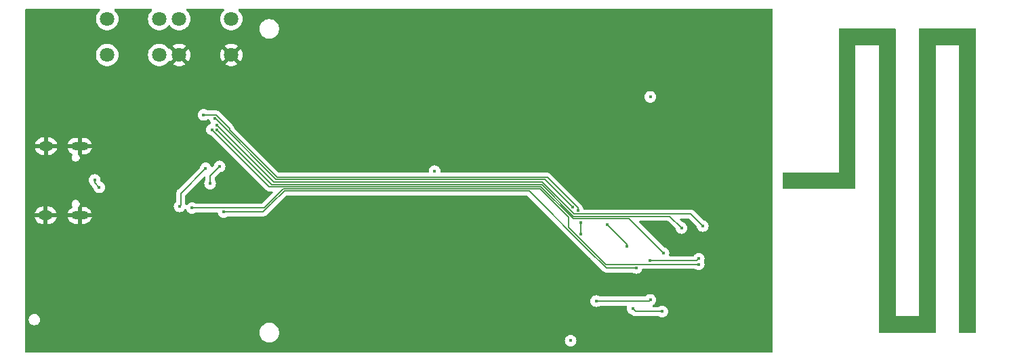
<source format=gbr>
%TF.GenerationSoftware,KiCad,Pcbnew,8.0.4*%
%TF.CreationDate,2024-08-17T13:27:17+02:00*%
%TF.ProjectId,letterboxsensor,6c657474-6572-4626-9f78-73656e736f72,rev?*%
%TF.SameCoordinates,Original*%
%TF.FileFunction,Copper,L4,Bot*%
%TF.FilePolarity,Positive*%
%FSLAX46Y46*%
G04 Gerber Fmt 4.6, Leading zero omitted, Abs format (unit mm)*
G04 Created by KiCad (PCBNEW 8.0.4) date 2024-08-17 13:27:17*
%MOMM*%
%LPD*%
G01*
G04 APERTURE LIST*
G04 Aperture macros list*
%AMFreePoly0*
4,1,41,18.535355,15.535355,18.550000,15.500000,18.550000,13.500000,18.535355,13.464645,18.500000,13.450000,-17.450000,13.450000,-17.450000,10.550000,18.500000,10.550000,18.535355,10.535355,18.550000,10.500000,18.550000,3.500000,18.535355,3.464645,18.500000,3.450000,-17.450000,3.450000,-17.450000,0.550000,0.500000,0.550000,0.535355,0.535355,0.550000,0.500000,0.550000,-8.500000,0.535355,-8.535355,
0.500000,-8.550000,-1.500000,-8.550000,-1.535355,-8.535355,-1.550000,-8.500000,-1.550000,-1.550000,-19.500000,-1.550000,-19.535355,-1.535355,-19.550000,-1.500000,-19.550000,5.500000,-19.535355,5.535355,-19.500000,5.550000,16.450000,5.550000,16.450000,8.450000,-19.500000,8.450000,-19.535355,8.464645,-19.550000,8.500000,-19.550000,15.500000,-19.535355,15.535355,-19.500000,15.550000,18.500000,15.550000,
18.535355,15.535355,18.535355,15.535355,$1*%
G04 Aperture macros list end*
%TA.AperFunction,ComponentPad*%
%ADD10O,2.100000X1.100000*%
%TD*%
%TA.AperFunction,ComponentPad*%
%ADD11O,1.800000X1.200000*%
%TD*%
%TA.AperFunction,ComponentPad*%
%ADD12C,1.800000*%
%TD*%
%TA.AperFunction,ComponentPad*%
%ADD13C,0.300000*%
%TD*%
%TA.AperFunction,SMDPad,CuDef*%
%ADD14FreePoly0,270.000000*%
%TD*%
%TA.AperFunction,ViaPad*%
%ADD15C,0.450000*%
%TD*%
%TA.AperFunction,Conductor*%
%ADD16C,0.127000*%
%TD*%
G04 APERTURE END LIST*
D10*
%TO.P,U1,0,0*%
%TO.N,GND*%
X78313049Y-60665989D03*
D11*
X74112948Y-60665989D03*
D10*
X78313049Y-69316002D03*
D11*
X74058947Y-69333985D03*
%TD*%
D12*
%TO.P,SW2,1,1*%
%TO.N,RESET*%
X90750064Y-44750064D03*
X97249936Y-44750064D03*
%TO.P,SW2,2,2*%
%TO.N,GND*%
X90750064Y-49249936D03*
X97249936Y-49249936D03*
%TD*%
D13*
%TO.P,AE1,1,A*%
%TO.N,Net-(AE1-A)*%
X189200000Y-47000000D03*
X188700000Y-47000000D03*
X188200000Y-47000000D03*
X187700000Y-47000000D03*
X187200000Y-47000000D03*
X186700000Y-47000000D03*
X186200000Y-47000000D03*
X185700000Y-47000000D03*
X185200000Y-47000000D03*
X184700000Y-47000000D03*
X184200000Y-47000000D03*
X179200000Y-47000000D03*
X178700000Y-47000000D03*
X178200000Y-47000000D03*
X177700000Y-47000000D03*
X177200000Y-47000000D03*
X176700000Y-47000000D03*
X176200000Y-47000000D03*
X175700000Y-47000000D03*
X175200000Y-47000000D03*
X174700000Y-47000000D03*
X174200000Y-47000000D03*
X189200000Y-47500000D03*
X184200000Y-47500000D03*
X179200000Y-47500000D03*
X174200000Y-47500000D03*
X189200000Y-48000000D03*
X184200000Y-48000000D03*
X179200000Y-48000000D03*
X174200000Y-48000000D03*
X189200000Y-48500000D03*
X184200000Y-48500000D03*
X179200000Y-48500000D03*
X174200000Y-48500000D03*
X189200000Y-49000000D03*
X184200000Y-49000000D03*
X179200000Y-49000000D03*
X174200000Y-49000000D03*
X189200000Y-49500000D03*
X184200000Y-49500000D03*
X179200000Y-49500000D03*
X174200000Y-49500000D03*
X189200000Y-50000000D03*
X184200000Y-50000000D03*
X179200000Y-50000000D03*
X174200000Y-50000000D03*
X189200000Y-50500000D03*
X184200000Y-50500000D03*
X179200000Y-50500000D03*
X174200000Y-50500000D03*
X189200000Y-51000000D03*
X184200000Y-51000000D03*
X179200000Y-51000000D03*
X174200000Y-51000000D03*
X189200000Y-51500000D03*
X184200000Y-51500000D03*
X179200000Y-51500000D03*
X174200000Y-51500000D03*
X189200000Y-52000000D03*
X184200000Y-52000000D03*
X179200000Y-52000000D03*
X174200000Y-52000000D03*
X189200000Y-52500000D03*
X184200000Y-52500000D03*
X179200000Y-52500000D03*
X174200000Y-52500000D03*
X189200000Y-53000000D03*
X184200000Y-53000000D03*
X179200000Y-53000000D03*
X174200000Y-53000000D03*
X189200000Y-53500000D03*
X184200000Y-53500000D03*
X179200000Y-53500000D03*
X174200000Y-53500000D03*
X189200000Y-54000000D03*
X184200000Y-54000000D03*
X179200000Y-54000000D03*
X174200000Y-54000000D03*
X189200000Y-54500000D03*
X184200000Y-54500000D03*
X179200000Y-54500000D03*
X174200000Y-54500000D03*
X189200000Y-55000000D03*
X184200000Y-55000000D03*
X179200000Y-55000000D03*
X174200000Y-55000000D03*
X189200000Y-55500000D03*
X184200000Y-55500000D03*
X179200000Y-55500000D03*
X174200000Y-55500000D03*
X189200000Y-56000000D03*
X184200000Y-56000000D03*
X179200000Y-56000000D03*
X174200000Y-56000000D03*
X189200000Y-56500000D03*
X184200000Y-56500000D03*
X179200000Y-56500000D03*
X174200000Y-56500000D03*
X189200000Y-57000000D03*
X184200000Y-57000000D03*
X179200000Y-57000000D03*
X174200000Y-57000000D03*
X189200000Y-57500000D03*
X184200000Y-57500000D03*
X179200000Y-57500000D03*
X174200000Y-57500000D03*
X189200000Y-58000000D03*
X184200000Y-58000000D03*
X179200000Y-58000000D03*
X174200000Y-58000000D03*
X189200000Y-58500000D03*
X184200000Y-58500000D03*
X179200000Y-58500000D03*
X174200000Y-58500000D03*
X189200000Y-59000000D03*
X184200000Y-59000000D03*
X179200000Y-59000000D03*
X174200000Y-59000000D03*
X189200000Y-59500000D03*
X184200000Y-59500000D03*
X179200000Y-59500000D03*
X174200000Y-59500000D03*
X189200000Y-60000000D03*
X184200000Y-60000000D03*
X179200000Y-60000000D03*
X174200000Y-60000000D03*
X189200000Y-60500000D03*
X184200000Y-60500000D03*
X179200000Y-60500000D03*
X174200000Y-60500000D03*
X189200000Y-61000000D03*
X184200000Y-61000000D03*
X179200000Y-61000000D03*
X174200000Y-61000000D03*
X189200000Y-61500000D03*
X184200000Y-61500000D03*
X179200000Y-61500000D03*
X174200000Y-61500000D03*
X189200000Y-62000000D03*
X184200000Y-62000000D03*
X179200000Y-62000000D03*
X174200000Y-62000000D03*
X189200000Y-62500000D03*
X184200000Y-62500000D03*
X179200000Y-62500000D03*
X174200000Y-62500000D03*
X189200000Y-63000000D03*
X184200000Y-63000000D03*
X179200000Y-63000000D03*
X174200000Y-63000000D03*
X189200000Y-63500000D03*
X184200000Y-63500000D03*
X179200000Y-63500000D03*
X174200000Y-63500000D03*
X189200000Y-64000000D03*
X184200000Y-64000000D03*
X179200000Y-64000000D03*
X174200000Y-64000000D03*
X189200000Y-64500000D03*
X184200000Y-64500000D03*
X179200000Y-64500000D03*
X174200000Y-64500000D03*
X189200000Y-65000000D03*
X184200000Y-65000000D03*
X179200000Y-65000000D03*
X174200000Y-65000000D03*
X173700000Y-65000000D03*
X173200000Y-65000000D03*
X172700000Y-65000000D03*
X172200000Y-65000000D03*
X171700000Y-65000000D03*
X171200000Y-65000000D03*
X170700000Y-65000000D03*
X170200000Y-65000000D03*
X169700000Y-65000000D03*
X169200000Y-65000000D03*
X168700000Y-65000000D03*
X168200000Y-65000000D03*
X167700000Y-65000000D03*
X167200000Y-65000000D03*
X166700000Y-65000000D03*
X189200000Y-65500000D03*
X184200000Y-65500000D03*
X179200000Y-65500000D03*
D14*
X174700000Y-65500000D03*
D13*
X189200000Y-66000000D03*
X184200000Y-66000000D03*
X179200000Y-66000000D03*
X189200000Y-66500000D03*
X184200000Y-66500000D03*
X179200000Y-66500000D03*
X189200000Y-67000000D03*
X184200000Y-67000000D03*
X179200000Y-67000000D03*
X189200000Y-67500000D03*
X184200000Y-67500000D03*
X179200000Y-67500000D03*
X189200000Y-68000000D03*
X184200000Y-68000000D03*
X179200000Y-68000000D03*
X189200000Y-68500000D03*
X184200000Y-68500000D03*
X179200000Y-68500000D03*
X189200000Y-69000000D03*
X184200000Y-69000000D03*
X179200000Y-69000000D03*
X189200000Y-69500000D03*
X184200000Y-69500000D03*
X179200000Y-69500000D03*
X189200000Y-70000000D03*
X184200000Y-70000000D03*
X179200000Y-70000000D03*
X189200000Y-70500000D03*
X184200000Y-70500000D03*
X179200000Y-70500000D03*
X189200000Y-71000000D03*
X184200000Y-71000000D03*
X179200000Y-71000000D03*
X189200000Y-71500000D03*
X184200000Y-71500000D03*
X179200000Y-71500000D03*
X189200000Y-72000000D03*
X184200000Y-72000000D03*
X179200000Y-72000000D03*
X189200000Y-72500000D03*
X184200000Y-72500000D03*
X179200000Y-72500000D03*
X189200000Y-73000000D03*
X184200000Y-73000000D03*
X179200000Y-73000000D03*
X189200000Y-73500000D03*
X184200000Y-73500000D03*
X179200000Y-73500000D03*
X189200000Y-74000000D03*
X184200000Y-74000000D03*
X179200000Y-74000000D03*
X189200000Y-74500000D03*
X184200000Y-74500000D03*
X179200000Y-74500000D03*
X189200000Y-75000000D03*
X184200000Y-75000000D03*
X179200000Y-75000000D03*
X189200000Y-75500000D03*
X184200000Y-75500000D03*
X179200000Y-75500000D03*
X189200000Y-76000000D03*
X184200000Y-76000000D03*
X179200000Y-76000000D03*
X189200000Y-76500000D03*
X184200000Y-76500000D03*
X179200000Y-76500000D03*
X189200000Y-77000000D03*
X184200000Y-77000000D03*
X179200000Y-77000000D03*
X189200000Y-77500000D03*
X184200000Y-77500000D03*
X179200000Y-77500000D03*
X189200000Y-78000000D03*
X184200000Y-78000000D03*
X179200000Y-78000000D03*
X189200000Y-78500000D03*
X184200000Y-78500000D03*
X179200000Y-78500000D03*
X189200000Y-79000000D03*
X184200000Y-79000000D03*
X179200000Y-79000000D03*
X189200000Y-79500000D03*
X184200000Y-79500000D03*
X179200000Y-79500000D03*
X189200000Y-80000000D03*
X184200000Y-80000000D03*
X179200000Y-80000000D03*
X189200000Y-80500000D03*
X184200000Y-80500000D03*
X179200000Y-80500000D03*
X189200000Y-81000000D03*
X184200000Y-81000000D03*
X179200000Y-81000000D03*
X189200000Y-81500000D03*
X184200000Y-81500000D03*
X179200000Y-81500000D03*
X189200000Y-82000000D03*
X184200000Y-82000000D03*
X179200000Y-82000000D03*
X189200000Y-82500000D03*
X184200000Y-82500000D03*
X179200000Y-82500000D03*
X189200000Y-83000000D03*
X184200000Y-83000000D03*
X183700000Y-83000000D03*
X183200000Y-83000000D03*
X182700000Y-83000000D03*
X182200000Y-83000000D03*
X181700000Y-83000000D03*
X181200000Y-83000000D03*
X180700000Y-83000000D03*
X180200000Y-83000000D03*
X179700000Y-83000000D03*
X179200000Y-83000000D03*
X189200000Y-83500000D03*
%TD*%
D12*
%TO.P,SW1,1,1*%
%TO.N,BOOT*%
X81750064Y-44750064D03*
X88249936Y-44750064D03*
%TO.P,SW1,2,2*%
%TO.N,+3V3*%
X81750064Y-49249936D03*
X88249936Y-49249936D03*
%TD*%
D15*
%TO.N,+3V3*%
X139650000Y-85000000D03*
X122650000Y-63800000D03*
X149600000Y-54500000D03*
%TO.N,GND*%
X84200000Y-68250000D03*
X80550000Y-60800000D03*
X81200000Y-69000000D03*
X105450000Y-58700000D03*
X126050000Y-73600000D03*
X78500000Y-53300000D03*
X143000000Y-44550000D03*
X119500000Y-73350000D03*
X90050000Y-61200000D03*
X145950000Y-65700000D03*
X141950000Y-74800000D03*
X93050000Y-60500000D03*
X146900000Y-85450000D03*
X83550000Y-63200000D03*
X153450000Y-65600000D03*
X152600000Y-80100000D03*
X145900000Y-64650000D03*
X154350000Y-60100000D03*
X95400000Y-65900000D03*
%TO.N,CBUS1*%
X94050000Y-63450000D03*
X90800000Y-68200000D03*
%TO.N,ADC3*%
X149600000Y-79900000D03*
X142850000Y-80050000D03*
%TO.N,3V3USB*%
X94600000Y-65350000D03*
X95800000Y-63200000D03*
%TO.N,GPIO1*%
X94850000Y-58600000D03*
X151250000Y-74050000D03*
%TO.N,ADC2*%
X153500000Y-70900000D03*
X95450501Y-58612895D03*
%TO.N,DP*%
X80200000Y-64900000D03*
X80750000Y-65816046D03*
%TO.N,BOOT*%
X139900000Y-68300000D03*
X95231409Y-57218591D03*
%TO.N,RESET*%
X140900000Y-70250000D03*
X93800000Y-56750000D03*
X140900000Y-71700000D03*
X140550000Y-68700000D03*
%TO.N,GPIO4*%
X144250000Y-70450000D03*
X147400000Y-81000000D03*
X146700000Y-73200000D03*
X151100000Y-81350000D03*
%TO.N,GPIO2*%
X156150000Y-70650000D03*
X95437606Y-58012394D03*
%TO.N,TX*%
X147850000Y-75900000D03*
X96300000Y-68900000D03*
X149550000Y-75000000D03*
X155650000Y-74750000D03*
%TO.N,RX*%
X155650000Y-75450000D03*
X92350000Y-68400000D03*
%TD*%
D16*
%TO.N,CBUS1*%
X90800000Y-68200000D02*
X90950000Y-68050000D01*
X90950000Y-68050000D02*
X90950000Y-66550000D01*
X90950000Y-66550000D02*
X94050000Y-63450000D01*
%TO.N,ADC3*%
X149450000Y-80050000D02*
X149600000Y-79900000D01*
X142850000Y-80050000D02*
X149450000Y-80050000D01*
%TO.N,3V3USB*%
X94600000Y-64400000D02*
X95800000Y-63200000D01*
X94600000Y-65350000D02*
X94600000Y-64400000D01*
%TO.N,GPIO1*%
X102550000Y-65750000D02*
X135950000Y-65750000D01*
X102000000Y-65750000D02*
X102550000Y-65750000D01*
X146950000Y-69750000D02*
X151250000Y-74050000D01*
X139950000Y-69750000D02*
X146950000Y-69750000D01*
X135950000Y-65750000D02*
X139950000Y-69750000D01*
X94850000Y-58600000D02*
X102000000Y-65750000D01*
%TO.N,ADC2*%
X136055210Y-65496000D02*
X140004605Y-69445395D01*
X152045395Y-69445395D02*
X153500000Y-70900000D01*
X95450501Y-58612895D02*
X102333606Y-65496000D01*
X102333606Y-65496000D02*
X136055210Y-65496000D01*
X140004605Y-69445395D02*
X152045395Y-69445395D01*
%TO.N,DP*%
X80200000Y-65266046D02*
X80750000Y-65816046D01*
X80200000Y-64900000D02*
X80200000Y-65266046D01*
%TO.N,BOOT*%
X102850000Y-64800000D02*
X95268591Y-57218591D01*
X95268591Y-57218591D02*
X95231409Y-57218591D01*
X139900000Y-68300000D02*
X136400000Y-64800000D01*
X136400000Y-64800000D02*
X102850000Y-64800000D01*
%TO.N,RESET*%
X97050000Y-58640790D02*
X97050000Y-58449576D01*
X102955210Y-64546000D02*
X97050000Y-58640790D01*
X140900000Y-70250000D02*
X140900000Y-71700000D01*
X140550000Y-68700000D02*
X140550000Y-68362394D01*
X97050000Y-58449576D02*
X95350424Y-56750000D01*
X140550000Y-68362394D02*
X136733606Y-64546000D01*
X95350424Y-56750000D02*
X93800000Y-56750000D01*
X136733606Y-64546000D02*
X102955210Y-64546000D01*
%TO.N,GPIO4*%
X147750000Y-81350000D02*
X147400000Y-81000000D01*
X151100000Y-81350000D02*
X147750000Y-81350000D01*
X146700000Y-73200000D02*
X146700000Y-72900000D01*
X146700000Y-72900000D02*
X144250000Y-70450000D01*
%TO.N,GPIO2*%
X136100000Y-65150000D02*
X140100000Y-69150000D01*
X106000000Y-65150000D02*
X136100000Y-65150000D01*
X154650000Y-69150000D02*
X156150000Y-70650000D01*
X102575212Y-65150000D02*
X106000000Y-65150000D01*
X140100000Y-69150000D02*
X154650000Y-69150000D01*
X95437606Y-58012394D02*
X102575212Y-65150000D01*
%TO.N,TX*%
X155400000Y-75000000D02*
X155650000Y-74750000D01*
X101250000Y-68900000D02*
X102250000Y-67900000D01*
X96300000Y-68900000D02*
X101250000Y-68900000D01*
X149550000Y-75000000D02*
X155400000Y-75000000D01*
X134458000Y-66258000D02*
X141800000Y-73600000D01*
X104750000Y-66258000D02*
X134458000Y-66258000D01*
X141800000Y-73600000D02*
X144100000Y-75900000D01*
X102250000Y-67900000D02*
X103892000Y-66258000D01*
X103892000Y-66258000D02*
X104750000Y-66258000D01*
X144100000Y-75900000D02*
X147850000Y-75900000D01*
%TO.N,RX*%
X103746000Y-66004000D02*
X111750000Y-66004000D01*
X139395395Y-69554605D02*
X139395395Y-70783001D01*
X139395395Y-70783001D02*
X144062394Y-75450000D01*
X111750000Y-66004000D02*
X135844790Y-66004000D01*
X144062394Y-75450000D02*
X155650000Y-75450000D01*
X101350000Y-68400000D02*
X103700000Y-66050000D01*
X92350000Y-68400000D02*
X101350000Y-68400000D01*
X103700000Y-66050000D02*
X103746000Y-66004000D01*
X135844790Y-66004000D02*
X139395395Y-69554605D01*
%TD*%
%TA.AperFunction,Conductor*%
%TO.N,GND*%
G36*
X80819732Y-43490185D02*
G01*
X80865487Y-43542989D01*
X80875431Y-43612147D01*
X80846406Y-43675703D01*
X80828855Y-43692354D01*
X80798281Y-43716150D01*
X80641080Y-43886916D01*
X80514139Y-44081215D01*
X80420906Y-44293763D01*
X80363930Y-44518755D01*
X80363928Y-44518766D01*
X80344764Y-44750057D01*
X80344764Y-44750070D01*
X80363928Y-44981361D01*
X80363930Y-44981372D01*
X80420906Y-45206364D01*
X80514139Y-45418912D01*
X80641080Y-45613211D01*
X80641083Y-45613215D01*
X80641085Y-45613217D01*
X80798280Y-45783977D01*
X80798283Y-45783979D01*
X80798286Y-45783982D01*
X80981429Y-45926528D01*
X80981435Y-45926532D01*
X80981438Y-45926534D01*
X81185561Y-46037000D01*
X81299551Y-46076132D01*
X81405079Y-46112361D01*
X81405081Y-46112361D01*
X81405083Y-46112362D01*
X81634015Y-46150564D01*
X81634016Y-46150564D01*
X81866112Y-46150564D01*
X81866113Y-46150564D01*
X82095045Y-46112362D01*
X82314567Y-46037000D01*
X82518690Y-45926534D01*
X82548421Y-45903394D01*
X82580193Y-45878664D01*
X82701848Y-45783977D01*
X82859043Y-45613217D01*
X82985988Y-45418913D01*
X83079221Y-45206364D01*
X83136198Y-44981369D01*
X83138785Y-44950147D01*
X83155364Y-44750070D01*
X83155364Y-44750057D01*
X83136199Y-44518766D01*
X83136197Y-44518755D01*
X83079221Y-44293763D01*
X82985988Y-44081215D01*
X82859047Y-43886916D01*
X82859044Y-43886913D01*
X82859043Y-43886911D01*
X82701848Y-43716151D01*
X82671272Y-43692353D01*
X82630460Y-43635643D01*
X82626785Y-43565870D01*
X82661416Y-43505187D01*
X82723358Y-43472860D01*
X82747435Y-43470500D01*
X87252565Y-43470500D01*
X87319604Y-43490185D01*
X87365359Y-43542989D01*
X87375303Y-43612147D01*
X87346278Y-43675703D01*
X87328727Y-43692354D01*
X87298153Y-43716150D01*
X87140952Y-43886916D01*
X87014011Y-44081215D01*
X86920778Y-44293763D01*
X86863802Y-44518755D01*
X86863800Y-44518766D01*
X86844636Y-44750057D01*
X86844636Y-44750070D01*
X86863800Y-44981361D01*
X86863802Y-44981372D01*
X86920778Y-45206364D01*
X87014011Y-45418912D01*
X87140952Y-45613211D01*
X87140955Y-45613215D01*
X87140957Y-45613217D01*
X87298152Y-45783977D01*
X87298155Y-45783979D01*
X87298158Y-45783982D01*
X87481301Y-45926528D01*
X87481307Y-45926532D01*
X87481310Y-45926534D01*
X87685433Y-46037000D01*
X87799423Y-46076132D01*
X87904951Y-46112361D01*
X87904953Y-46112361D01*
X87904955Y-46112362D01*
X88133887Y-46150564D01*
X88133888Y-46150564D01*
X88365984Y-46150564D01*
X88365985Y-46150564D01*
X88594917Y-46112362D01*
X88814439Y-46037000D01*
X89018562Y-45926534D01*
X89048293Y-45903394D01*
X89080065Y-45878664D01*
X89201720Y-45783977D01*
X89358915Y-45613217D01*
X89396191Y-45556162D01*
X89449337Y-45510805D01*
X89518569Y-45501381D01*
X89581904Y-45530883D01*
X89603809Y-45556162D01*
X89641080Y-45613211D01*
X89641083Y-45613215D01*
X89641085Y-45613217D01*
X89798280Y-45783977D01*
X89798283Y-45783979D01*
X89798286Y-45783982D01*
X89981429Y-45926528D01*
X89981435Y-45926532D01*
X89981438Y-45926534D01*
X90185561Y-46037000D01*
X90299551Y-46076132D01*
X90405079Y-46112361D01*
X90405081Y-46112361D01*
X90405083Y-46112362D01*
X90634015Y-46150564D01*
X90634016Y-46150564D01*
X90866112Y-46150564D01*
X90866113Y-46150564D01*
X91095045Y-46112362D01*
X91314567Y-46037000D01*
X91518690Y-45926534D01*
X91548421Y-45903394D01*
X91580193Y-45878664D01*
X91701848Y-45783977D01*
X91859043Y-45613217D01*
X91985988Y-45418913D01*
X92079221Y-45206364D01*
X92136198Y-44981369D01*
X92138785Y-44950147D01*
X92155364Y-44750070D01*
X92155364Y-44750057D01*
X92136199Y-44518766D01*
X92136197Y-44518755D01*
X92079221Y-44293763D01*
X91985988Y-44081215D01*
X91859047Y-43886916D01*
X91859044Y-43886913D01*
X91859043Y-43886911D01*
X91701848Y-43716151D01*
X91671272Y-43692353D01*
X91630460Y-43635643D01*
X91626785Y-43565870D01*
X91661416Y-43505187D01*
X91723358Y-43472860D01*
X91747435Y-43470500D01*
X96252565Y-43470500D01*
X96319604Y-43490185D01*
X96365359Y-43542989D01*
X96375303Y-43612147D01*
X96346278Y-43675703D01*
X96328727Y-43692354D01*
X96298153Y-43716150D01*
X96140952Y-43886916D01*
X96014011Y-44081215D01*
X95920778Y-44293763D01*
X95863802Y-44518755D01*
X95863800Y-44518766D01*
X95844636Y-44750057D01*
X95844636Y-44750070D01*
X95863800Y-44981361D01*
X95863802Y-44981372D01*
X95920778Y-45206364D01*
X96014011Y-45418912D01*
X96140952Y-45613211D01*
X96140955Y-45613215D01*
X96140957Y-45613217D01*
X96298152Y-45783977D01*
X96298155Y-45783979D01*
X96298158Y-45783982D01*
X96481301Y-45926528D01*
X96481307Y-45926532D01*
X96481310Y-45926534D01*
X96685433Y-46037000D01*
X96799423Y-46076132D01*
X96904951Y-46112361D01*
X96904953Y-46112361D01*
X96904955Y-46112362D01*
X97133887Y-46150564D01*
X97133888Y-46150564D01*
X97365984Y-46150564D01*
X97365985Y-46150564D01*
X97594917Y-46112362D01*
X97814439Y-46037000D01*
X98018562Y-45926534D01*
X98048293Y-45903394D01*
X98048301Y-45903388D01*
X100772500Y-45903388D01*
X100772500Y-46096611D01*
X100802725Y-46287441D01*
X100862429Y-46471194D01*
X100950147Y-46643349D01*
X101063715Y-46799663D01*
X101200336Y-46936284D01*
X101356650Y-47049852D01*
X101528805Y-47137570D01*
X101620681Y-47167422D01*
X101712560Y-47197275D01*
X101800943Y-47211273D01*
X101903389Y-47227500D01*
X101903394Y-47227500D01*
X102096611Y-47227500D01*
X102189123Y-47212846D01*
X102287440Y-47197275D01*
X102471197Y-47137569D01*
X102643350Y-47049852D01*
X102799663Y-46936285D01*
X102936285Y-46799663D01*
X103049852Y-46643350D01*
X103137569Y-46471197D01*
X103197275Y-46287440D01*
X103225005Y-46112361D01*
X103227500Y-46096611D01*
X103227500Y-45903388D01*
X103208586Y-45783977D01*
X103197275Y-45712560D01*
X103164995Y-45613211D01*
X103137570Y-45528805D01*
X103049852Y-45356650D01*
X102936284Y-45200336D01*
X102799663Y-45063715D01*
X102643349Y-44950147D01*
X102471194Y-44862429D01*
X102287441Y-44802725D01*
X102096611Y-44772500D01*
X102096606Y-44772500D01*
X101903394Y-44772500D01*
X101903389Y-44772500D01*
X101712558Y-44802725D01*
X101528805Y-44862429D01*
X101356650Y-44950147D01*
X101200336Y-45063715D01*
X101063715Y-45200336D01*
X100950147Y-45356650D01*
X100862429Y-45528805D01*
X100802725Y-45712558D01*
X100772500Y-45903388D01*
X98048301Y-45903388D01*
X98080065Y-45878664D01*
X98201720Y-45783977D01*
X98358915Y-45613217D01*
X98485860Y-45418913D01*
X98579093Y-45206364D01*
X98636070Y-44981369D01*
X98638657Y-44950147D01*
X98655236Y-44750070D01*
X98655236Y-44750057D01*
X98636071Y-44518766D01*
X98636069Y-44518755D01*
X98579093Y-44293763D01*
X98485860Y-44081215D01*
X98358919Y-43886916D01*
X98358916Y-43886913D01*
X98358915Y-43886911D01*
X98201720Y-43716151D01*
X98171144Y-43692353D01*
X98130332Y-43635643D01*
X98126657Y-43565870D01*
X98161288Y-43505187D01*
X98223230Y-43472860D01*
X98247307Y-43470500D01*
X164786000Y-43470500D01*
X164853039Y-43490185D01*
X164898794Y-43542989D01*
X164910000Y-43594500D01*
X164910000Y-86405500D01*
X164890315Y-86472539D01*
X164837511Y-86518294D01*
X164786000Y-86529500D01*
X71594500Y-86529500D01*
X71527461Y-86509815D01*
X71481706Y-86457011D01*
X71470500Y-86405500D01*
X71470500Y-83903388D01*
X100772500Y-83903388D01*
X100772500Y-84096611D01*
X100802725Y-84287441D01*
X100862429Y-84471194D01*
X100950147Y-84643349D01*
X101063715Y-84799663D01*
X101200337Y-84936285D01*
X101288034Y-85000000D01*
X101356650Y-85049852D01*
X101528805Y-85137570D01*
X101605413Y-85162461D01*
X101712560Y-85197275D01*
X101800943Y-85211273D01*
X101903389Y-85227500D01*
X101903394Y-85227500D01*
X102096611Y-85227500D01*
X102189123Y-85212846D01*
X102287440Y-85197275D01*
X102471197Y-85137569D01*
X102643350Y-85049852D01*
X102711972Y-84999996D01*
X138919909Y-84999996D01*
X138919909Y-85000003D01*
X138938212Y-85162455D01*
X138992210Y-85316774D01*
X138992211Y-85316775D01*
X139079192Y-85455204D01*
X139194796Y-85570808D01*
X139333225Y-85657789D01*
X139487539Y-85711786D01*
X139487542Y-85711786D01*
X139487544Y-85711787D01*
X139649996Y-85730091D01*
X139650000Y-85730091D01*
X139650004Y-85730091D01*
X139812455Y-85711787D01*
X139812456Y-85711786D01*
X139812461Y-85711786D01*
X139966775Y-85657789D01*
X140105204Y-85570808D01*
X140220808Y-85455204D01*
X140307789Y-85316775D01*
X140361786Y-85162461D01*
X140380091Y-85000000D01*
X140361786Y-84837539D01*
X140307789Y-84683225D01*
X140220808Y-84544796D01*
X140105204Y-84429192D01*
X139966774Y-84342210D01*
X139812455Y-84288212D01*
X139650004Y-84269909D01*
X139649996Y-84269909D01*
X139487544Y-84288212D01*
X139333225Y-84342210D01*
X139194795Y-84429192D01*
X139079192Y-84544795D01*
X138992210Y-84683225D01*
X138938212Y-84837544D01*
X138919909Y-84999996D01*
X102711972Y-84999996D01*
X102799663Y-84936285D01*
X102936285Y-84799663D01*
X103049852Y-84643350D01*
X103137569Y-84471197D01*
X103197275Y-84287440D01*
X103212846Y-84189123D01*
X103227500Y-84096611D01*
X103227500Y-83903388D01*
X103209916Y-83792373D01*
X103197275Y-83712560D01*
X103137569Y-83528803D01*
X103049852Y-83356650D01*
X102936285Y-83200337D01*
X102799663Y-83063715D01*
X102643350Y-82950148D01*
X102643351Y-82950148D01*
X102643349Y-82950147D01*
X102471194Y-82862429D01*
X102287441Y-82802725D01*
X102096611Y-82772500D01*
X102096606Y-82772500D01*
X101903394Y-82772500D01*
X101903389Y-82772500D01*
X101712558Y-82802725D01*
X101528805Y-82862429D01*
X101356650Y-82950147D01*
X101200336Y-83063715D01*
X101063715Y-83200336D01*
X100950147Y-83356650D01*
X100862429Y-83528805D01*
X100802725Y-83712558D01*
X100772500Y-83903388D01*
X71470500Y-83903388D01*
X71470500Y-82310706D01*
X71946500Y-82310706D01*
X71946500Y-82449293D01*
X71973533Y-82585195D01*
X71973536Y-82585207D01*
X72026562Y-82713225D01*
X72026569Y-82713238D01*
X72103555Y-82828454D01*
X72103558Y-82828458D01*
X72201541Y-82926441D01*
X72201545Y-82926444D01*
X72316761Y-83003430D01*
X72316774Y-83003437D01*
X72444792Y-83056463D01*
X72444797Y-83056465D01*
X72580706Y-83083499D01*
X72580709Y-83083500D01*
X72580711Y-83083500D01*
X72719291Y-83083500D01*
X72719292Y-83083499D01*
X72855203Y-83056465D01*
X72983232Y-83003434D01*
X73098455Y-82926444D01*
X73196444Y-82828455D01*
X73273434Y-82713232D01*
X73326465Y-82585203D01*
X73353500Y-82449289D01*
X73353500Y-82310711D01*
X73353500Y-82310708D01*
X73353499Y-82310706D01*
X73326466Y-82174804D01*
X73326465Y-82174797D01*
X73279655Y-82061786D01*
X73273437Y-82046774D01*
X73273430Y-82046761D01*
X73196444Y-81931545D01*
X73196441Y-81931541D01*
X73098458Y-81833558D01*
X73098454Y-81833555D01*
X72983238Y-81756569D01*
X72983225Y-81756562D01*
X72855207Y-81703536D01*
X72855195Y-81703533D01*
X72719292Y-81676500D01*
X72719289Y-81676500D01*
X72580711Y-81676500D01*
X72580708Y-81676500D01*
X72444804Y-81703533D01*
X72444792Y-81703536D01*
X72316774Y-81756562D01*
X72316761Y-81756569D01*
X72201545Y-81833555D01*
X72201541Y-81833558D01*
X72103558Y-81931541D01*
X72103555Y-81931545D01*
X72026569Y-82046761D01*
X72026562Y-82046774D01*
X71973536Y-82174792D01*
X71973533Y-82174804D01*
X71946500Y-82310706D01*
X71470500Y-82310706D01*
X71470500Y-80049996D01*
X142119909Y-80049996D01*
X142119909Y-80050003D01*
X142138212Y-80212455D01*
X142192210Y-80366774D01*
X142192211Y-80366775D01*
X142279192Y-80505204D01*
X142394796Y-80620808D01*
X142533225Y-80707789D01*
X142687539Y-80761786D01*
X142687542Y-80761786D01*
X142687544Y-80761787D01*
X142849996Y-80780091D01*
X142850000Y-80780091D01*
X142850004Y-80780091D01*
X143012455Y-80761787D01*
X143012456Y-80761786D01*
X143012461Y-80761786D01*
X143166775Y-80707789D01*
X143285791Y-80633005D01*
X143351763Y-80614000D01*
X146591672Y-80614000D01*
X146658711Y-80633685D01*
X146704466Y-80686489D01*
X146714410Y-80755647D01*
X146708714Y-80778954D01*
X146688212Y-80837544D01*
X146669909Y-80999996D01*
X146669909Y-81000003D01*
X146688212Y-81162455D01*
X146742210Y-81316774D01*
X146829192Y-81455204D01*
X146944796Y-81570808D01*
X147083225Y-81657789D01*
X147083227Y-81657790D01*
X147237531Y-81711784D01*
X147237536Y-81711785D01*
X147237539Y-81711786D01*
X147280782Y-81716658D01*
X147345195Y-81743723D01*
X147354580Y-81752197D01*
X147403696Y-81801313D01*
X147530514Y-81874531D01*
X147530519Y-81874537D01*
X147530520Y-81874535D01*
X147530522Y-81874536D01*
X147532304Y-81875565D01*
X147675748Y-81914001D01*
X147675750Y-81914001D01*
X147831849Y-81914001D01*
X147831865Y-81914000D01*
X150598237Y-81914000D01*
X150664208Y-81933005D01*
X150783225Y-82007789D01*
X150937539Y-82061786D01*
X150937542Y-82061786D01*
X150937544Y-82061787D01*
X151099996Y-82080091D01*
X151100000Y-82080091D01*
X151100004Y-82080091D01*
X151262455Y-82061787D01*
X151262456Y-82061786D01*
X151262461Y-82061786D01*
X151416775Y-82007789D01*
X151555204Y-81920808D01*
X151670808Y-81805204D01*
X151757789Y-81666775D01*
X151811786Y-81512461D01*
X151811787Y-81512455D01*
X151830091Y-81350003D01*
X151830091Y-81349996D01*
X151811787Y-81187544D01*
X151811786Y-81187542D01*
X151811786Y-81187539D01*
X151757789Y-81033225D01*
X151670808Y-80894796D01*
X151555204Y-80779192D01*
X151535791Y-80766994D01*
X151416774Y-80692210D01*
X151262455Y-80638212D01*
X151100004Y-80619909D01*
X151099996Y-80619909D01*
X150937544Y-80638212D01*
X150783225Y-80692210D01*
X150664209Y-80766994D01*
X150598237Y-80786000D01*
X149983994Y-80786000D01*
X149916955Y-80766315D01*
X149871200Y-80713511D01*
X149861256Y-80644353D01*
X149890281Y-80580797D01*
X149918021Y-80557007D01*
X150055202Y-80470809D01*
X150055201Y-80470809D01*
X150055204Y-80470808D01*
X150170808Y-80355204D01*
X150257789Y-80216775D01*
X150311786Y-80062461D01*
X150313190Y-80050000D01*
X150330091Y-79900003D01*
X150330091Y-79899996D01*
X150311787Y-79737544D01*
X150311786Y-79737542D01*
X150311786Y-79737539D01*
X150257789Y-79583225D01*
X150170808Y-79444796D01*
X150055204Y-79329192D01*
X150040430Y-79319909D01*
X149916774Y-79242210D01*
X149762455Y-79188212D01*
X149600004Y-79169909D01*
X149599996Y-79169909D01*
X149437544Y-79188212D01*
X149283225Y-79242210D01*
X149144795Y-79329192D01*
X149024307Y-79449681D01*
X148962984Y-79483166D01*
X148936626Y-79486000D01*
X143351763Y-79486000D01*
X143285791Y-79466994D01*
X143166774Y-79392210D01*
X143012455Y-79338212D01*
X142850004Y-79319909D01*
X142849996Y-79319909D01*
X142687544Y-79338212D01*
X142533225Y-79392210D01*
X142394795Y-79479192D01*
X142279192Y-79594795D01*
X142192210Y-79733225D01*
X142138212Y-79887544D01*
X142119909Y-80049996D01*
X71470500Y-80049996D01*
X71470500Y-69083984D01*
X72684831Y-69083984D01*
X72684832Y-69083985D01*
X73463967Y-69083985D01*
X73428880Y-69119072D01*
X73382800Y-69198885D01*
X73358947Y-69287905D01*
X73358947Y-69380065D01*
X73382800Y-69469085D01*
X73428880Y-69548898D01*
X73463967Y-69583985D01*
X72684832Y-69583985D01*
X72686032Y-69591569D01*
X72739538Y-69756240D01*
X72818142Y-69910509D01*
X72919914Y-70050587D01*
X73042344Y-70173017D01*
X73182422Y-70274789D01*
X73336689Y-70353393D01*
X73501362Y-70406899D01*
X73672376Y-70433985D01*
X73808947Y-70433985D01*
X73808947Y-69683998D01*
X74308947Y-69683998D01*
X74308947Y-70433985D01*
X74445518Y-70433985D01*
X74616531Y-70406899D01*
X74781204Y-70353393D01*
X74935471Y-70274789D01*
X75075549Y-70173017D01*
X75197979Y-70050587D01*
X75299751Y-69910509D01*
X75378355Y-69756240D01*
X75431861Y-69591569D01*
X75433062Y-69583985D01*
X74653927Y-69583985D01*
X74689014Y-69548898D01*
X74735094Y-69469085D01*
X74758947Y-69380065D01*
X74758947Y-69287905D01*
X74735094Y-69198885D01*
X74689014Y-69119072D01*
X74653927Y-69083985D01*
X75433062Y-69083985D01*
X75433062Y-69083984D01*
X75431861Y-69076400D01*
X75428482Y-69066002D01*
X76792206Y-69066002D01*
X77568069Y-69066002D01*
X77532982Y-69101089D01*
X77486902Y-69180902D01*
X77463049Y-69269922D01*
X77463049Y-69362082D01*
X77486902Y-69451102D01*
X77532982Y-69530915D01*
X77568069Y-69566002D01*
X76792206Y-69566002D01*
X76803399Y-69622276D01*
X76803400Y-69622278D01*
X76882549Y-69813360D01*
X76882554Y-69813370D01*
X76997459Y-69985337D01*
X76997462Y-69985341D01*
X77143709Y-70131588D01*
X77143713Y-70131591D01*
X77315680Y-70246496D01*
X77315690Y-70246501D01*
X77506774Y-70325651D01*
X77506782Y-70325653D01*
X77709628Y-70366001D01*
X77709632Y-70366002D01*
X78063049Y-70366002D01*
X78063049Y-69666015D01*
X78563049Y-69666015D01*
X78563049Y-70366002D01*
X78916466Y-70366002D01*
X78916469Y-70366001D01*
X79119315Y-70325653D01*
X79119323Y-70325651D01*
X79310407Y-70246501D01*
X79310417Y-70246496D01*
X79482384Y-70131591D01*
X79482388Y-70131588D01*
X79628635Y-69985341D01*
X79628638Y-69985337D01*
X79743543Y-69813370D01*
X79743548Y-69813360D01*
X79822697Y-69622278D01*
X79822698Y-69622276D01*
X79833892Y-69566002D01*
X79058029Y-69566002D01*
X79093116Y-69530915D01*
X79139196Y-69451102D01*
X79163049Y-69362082D01*
X79163049Y-69269922D01*
X79139196Y-69180902D01*
X79093116Y-69101089D01*
X79058029Y-69066002D01*
X79833892Y-69066002D01*
X79822698Y-69009727D01*
X79822697Y-69009725D01*
X79743548Y-68818643D01*
X79743543Y-68818633D01*
X79628638Y-68646666D01*
X79628635Y-68646662D01*
X79482388Y-68500415D01*
X79482384Y-68500412D01*
X79310417Y-68385507D01*
X79310407Y-68385502D01*
X79119323Y-68306352D01*
X79119315Y-68306350D01*
X78916469Y-68266002D01*
X78563049Y-68266002D01*
X78563049Y-68965989D01*
X78063049Y-68965989D01*
X78063049Y-68388441D01*
X78082734Y-68321402D01*
X78116170Y-68289526D01*
X78115043Y-68288057D01*
X78121487Y-68283110D01*
X78121494Y-68283107D01*
X78204605Y-68199996D01*
X90069909Y-68199996D01*
X90069909Y-68200003D01*
X90088212Y-68362455D01*
X90088213Y-68362460D01*
X90088214Y-68362461D01*
X90095379Y-68382939D01*
X90142210Y-68516774D01*
X90173339Y-68566315D01*
X90229192Y-68655204D01*
X90344796Y-68770808D01*
X90483225Y-68857789D01*
X90637539Y-68911786D01*
X90637542Y-68911786D01*
X90637544Y-68911787D01*
X90799996Y-68930091D01*
X90800000Y-68930091D01*
X90800004Y-68930091D01*
X90962455Y-68911787D01*
X90962456Y-68911786D01*
X90962461Y-68911786D01*
X91116775Y-68857789D01*
X91255204Y-68770808D01*
X91370808Y-68655204D01*
X91426417Y-68566702D01*
X91478752Y-68520412D01*
X91547806Y-68509764D01*
X91611654Y-68538139D01*
X91648452Y-68591719D01*
X91657432Y-68617382D01*
X91692210Y-68716774D01*
X91751268Y-68810764D01*
X91779192Y-68855204D01*
X91894796Y-68970808D01*
X92033225Y-69057789D01*
X92187539Y-69111786D01*
X92187542Y-69111786D01*
X92187544Y-69111787D01*
X92349996Y-69130091D01*
X92350000Y-69130091D01*
X92350004Y-69130091D01*
X92512455Y-69111787D01*
X92512456Y-69111786D01*
X92512461Y-69111786D01*
X92666775Y-69057789D01*
X92785791Y-68983005D01*
X92851763Y-68964000D01*
X95466854Y-68964000D01*
X95533893Y-68983685D01*
X95579648Y-69036489D01*
X95587743Y-69060399D01*
X95588212Y-69062454D01*
X95588213Y-69062459D01*
X95588214Y-69062461D01*
X95595746Y-69083985D01*
X95642210Y-69216774D01*
X95686905Y-69287905D01*
X95729192Y-69355204D01*
X95844796Y-69470808D01*
X95983225Y-69557789D01*
X96137539Y-69611786D01*
X96137542Y-69611786D01*
X96137544Y-69611787D01*
X96299996Y-69630091D01*
X96300000Y-69630091D01*
X96300004Y-69630091D01*
X96462455Y-69611787D01*
X96462456Y-69611786D01*
X96462461Y-69611786D01*
X96616775Y-69557789D01*
X96735791Y-69483005D01*
X96801763Y-69464000D01*
X101324251Y-69464000D01*
X101324253Y-69464000D01*
X101467696Y-69425565D01*
X101475703Y-69420941D01*
X101505573Y-69403697D01*
X101505574Y-69403696D01*
X101596304Y-69351313D01*
X101701313Y-69246304D01*
X101701313Y-69246302D01*
X101711517Y-69236099D01*
X101711520Y-69236094D01*
X102701313Y-68246304D01*
X102701313Y-68246302D01*
X102711517Y-68236099D01*
X102711520Y-68236094D01*
X104089298Y-66858319D01*
X104150621Y-66824834D01*
X104176979Y-66822000D01*
X104675748Y-66822000D01*
X134173022Y-66822000D01*
X134240061Y-66841685D01*
X134260703Y-66858319D01*
X143644346Y-76241962D01*
X143644356Y-76241973D01*
X143648686Y-76246303D01*
X143648687Y-76246304D01*
X143753696Y-76351313D01*
X143880514Y-76424531D01*
X143880519Y-76424537D01*
X143880520Y-76424535D01*
X143880522Y-76424536D01*
X143882304Y-76425565D01*
X144025747Y-76464000D01*
X144025748Y-76464000D01*
X147348237Y-76464000D01*
X147414208Y-76483005D01*
X147533225Y-76557789D01*
X147687539Y-76611786D01*
X147687542Y-76611786D01*
X147687544Y-76611787D01*
X147849996Y-76630091D01*
X147850000Y-76630091D01*
X147850004Y-76630091D01*
X148012455Y-76611787D01*
X148012456Y-76611786D01*
X148012461Y-76611786D01*
X148166775Y-76557789D01*
X148305204Y-76470808D01*
X148420808Y-76355204D01*
X148507789Y-76216775D01*
X148549684Y-76097045D01*
X148590406Y-76040270D01*
X148655359Y-76014522D01*
X148666726Y-76014000D01*
X155148237Y-76014000D01*
X155214208Y-76033005D01*
X155333225Y-76107789D01*
X155487539Y-76161786D01*
X155487542Y-76161786D01*
X155487544Y-76161787D01*
X155649996Y-76180091D01*
X155650000Y-76180091D01*
X155650004Y-76180091D01*
X155812455Y-76161787D01*
X155812456Y-76161786D01*
X155812461Y-76161786D01*
X155966775Y-76107789D01*
X156105204Y-76020808D01*
X156220808Y-75905204D01*
X156307789Y-75766775D01*
X156361786Y-75612461D01*
X156380091Y-75450000D01*
X156380091Y-75449996D01*
X156361787Y-75287542D01*
X156361786Y-75287539D01*
X156310492Y-75140952D01*
X156306930Y-75071177D01*
X156310488Y-75059060D01*
X156361786Y-74912461D01*
X156361786Y-74912459D01*
X156361787Y-74912457D01*
X156380091Y-74750003D01*
X156380091Y-74749996D01*
X156361787Y-74587544D01*
X156361786Y-74587542D01*
X156361786Y-74587539D01*
X156307789Y-74433225D01*
X156220808Y-74294796D01*
X156105204Y-74179192D01*
X156069472Y-74156740D01*
X155966774Y-74092210D01*
X155812455Y-74038212D01*
X155650004Y-74019909D01*
X155649996Y-74019909D01*
X155487544Y-74038212D01*
X155333225Y-74092210D01*
X155194795Y-74179192D01*
X155079192Y-74294795D01*
X155026929Y-74377972D01*
X154974594Y-74424263D01*
X154921935Y-74436000D01*
X152058328Y-74436000D01*
X151991289Y-74416315D01*
X151945534Y-74363511D01*
X151935590Y-74294353D01*
X151941286Y-74271046D01*
X151941684Y-74269909D01*
X151961786Y-74212461D01*
X151966659Y-74169213D01*
X151980091Y-74050003D01*
X151980091Y-74049996D01*
X151961787Y-73887544D01*
X151961786Y-73887542D01*
X151961786Y-73887539D01*
X151907789Y-73733225D01*
X151820808Y-73594796D01*
X151705204Y-73479192D01*
X151566774Y-73392210D01*
X151412455Y-73338212D01*
X151369213Y-73333340D01*
X151304799Y-73306273D01*
X151295417Y-73297801D01*
X148218692Y-70221076D01*
X148185207Y-70159753D01*
X148190191Y-70090061D01*
X148232063Y-70034128D01*
X148297527Y-70009711D01*
X148306373Y-70009395D01*
X151760417Y-70009395D01*
X151827456Y-70029080D01*
X151848098Y-70045714D01*
X152747801Y-70945417D01*
X152781286Y-71006740D01*
X152783340Y-71019213D01*
X152788212Y-71062455D01*
X152842210Y-71216774D01*
X152842211Y-71216775D01*
X152929192Y-71355204D01*
X153044796Y-71470808D01*
X153183225Y-71557789D01*
X153337539Y-71611786D01*
X153337542Y-71611786D01*
X153337544Y-71611787D01*
X153499996Y-71630091D01*
X153500000Y-71630091D01*
X153500004Y-71630091D01*
X153662455Y-71611787D01*
X153662456Y-71611786D01*
X153662461Y-71611786D01*
X153816775Y-71557789D01*
X153955204Y-71470808D01*
X154070808Y-71355204D01*
X154157789Y-71216775D01*
X154211786Y-71062461D01*
X154211787Y-71062455D01*
X154230091Y-70900003D01*
X154230091Y-70899996D01*
X154211787Y-70737544D01*
X154211786Y-70737542D01*
X154211786Y-70737539D01*
X154157789Y-70583225D01*
X154070808Y-70444796D01*
X153955204Y-70329192D01*
X153931026Y-70314000D01*
X153816774Y-70242210D01*
X153662455Y-70188212D01*
X153619213Y-70183340D01*
X153554799Y-70156273D01*
X153545417Y-70147801D01*
X153323297Y-69925681D01*
X153289812Y-69864358D01*
X153294796Y-69794666D01*
X153336668Y-69738733D01*
X153402132Y-69714316D01*
X153410978Y-69714000D01*
X154365022Y-69714000D01*
X154432061Y-69733685D01*
X154452703Y-69750319D01*
X155397801Y-70695417D01*
X155431286Y-70756740D01*
X155433340Y-70769213D01*
X155438212Y-70812455D01*
X155492210Y-70966774D01*
X155526162Y-71020808D01*
X155579192Y-71105204D01*
X155694796Y-71220808D01*
X155833225Y-71307789D01*
X155987539Y-71361786D01*
X155987542Y-71361786D01*
X155987544Y-71361787D01*
X156149996Y-71380091D01*
X156150000Y-71380091D01*
X156150004Y-71380091D01*
X156312455Y-71361787D01*
X156312456Y-71361786D01*
X156312461Y-71361786D01*
X156466775Y-71307789D01*
X156605204Y-71220808D01*
X156720808Y-71105204D01*
X156807789Y-70966775D01*
X156861786Y-70812461D01*
X156866934Y-70766774D01*
X156880091Y-70650003D01*
X156880091Y-70649996D01*
X156861787Y-70487544D01*
X156861786Y-70487542D01*
X156861786Y-70487539D01*
X156807789Y-70333225D01*
X156720808Y-70194796D01*
X156605204Y-70079192D01*
X156551924Y-70045714D01*
X156466774Y-69992210D01*
X156312455Y-69938212D01*
X156269213Y-69933340D01*
X156204799Y-69906273D01*
X156195417Y-69897801D01*
X155108383Y-68810767D01*
X155108381Y-68810764D01*
X154996306Y-68698689D01*
X154996304Y-68698687D01*
X154867698Y-68624436D01*
X154867697Y-68624435D01*
X154841373Y-68617382D01*
X154839108Y-68616775D01*
X154839107Y-68616774D01*
X154745604Y-68591721D01*
X154724253Y-68586000D01*
X154724252Y-68586000D01*
X141366726Y-68586000D01*
X141299687Y-68566315D01*
X141253932Y-68513511D01*
X141249684Y-68502954D01*
X141207789Y-68383225D01*
X141144879Y-68283105D01*
X141120808Y-68244796D01*
X141119137Y-68243125D01*
X141118250Y-68241589D01*
X141116467Y-68239353D01*
X141116804Y-68239084D01*
X141087043Y-68187535D01*
X141075567Y-68144704D01*
X141075566Y-68144701D01*
X141075565Y-68144698D01*
X141071432Y-68137539D01*
X141001313Y-68016090D01*
X140896304Y-67911081D01*
X140896303Y-67911080D01*
X140891973Y-67906750D01*
X140891962Y-67906740D01*
X137191989Y-64206767D01*
X137191987Y-64206764D01*
X137079912Y-64094689D01*
X137079910Y-64094687D01*
X136951302Y-64020435D01*
X136807859Y-63982000D01*
X136807858Y-63982000D01*
X123498341Y-63982000D01*
X123431302Y-63962315D01*
X123385547Y-63909511D01*
X123375121Y-63844117D01*
X123380091Y-63800004D01*
X123380091Y-63799996D01*
X123361787Y-63637544D01*
X123361786Y-63637542D01*
X123361786Y-63637539D01*
X123307789Y-63483225D01*
X123220808Y-63344796D01*
X123105204Y-63229192D01*
X123058750Y-63200003D01*
X122966774Y-63142210D01*
X122812455Y-63088212D01*
X122650004Y-63069909D01*
X122649996Y-63069909D01*
X122487544Y-63088212D01*
X122333225Y-63142210D01*
X122194795Y-63229192D01*
X122079192Y-63344795D01*
X121992210Y-63483225D01*
X121938212Y-63637544D01*
X121919909Y-63799996D01*
X121919909Y-63800004D01*
X121924879Y-63844117D01*
X121912824Y-63912939D01*
X121865475Y-63964318D01*
X121801659Y-63982000D01*
X103240188Y-63982000D01*
X103173149Y-63962315D01*
X103152507Y-63945681D01*
X97648593Y-58441767D01*
X97616536Y-58383059D01*
X97616104Y-58383175D01*
X97615626Y-58381394D01*
X97615108Y-58380444D01*
X97614616Y-58377623D01*
X97597900Y-58315236D01*
X97597900Y-58315235D01*
X97575565Y-58231879D01*
X97575563Y-58231875D01*
X97548275Y-58184612D01*
X97548274Y-58184611D01*
X97501315Y-58103275D01*
X97501314Y-58103274D01*
X97501313Y-58103272D01*
X97396304Y-57998263D01*
X97396303Y-57998262D01*
X97391973Y-57993932D01*
X97391962Y-57993922D01*
X95808807Y-56410767D01*
X95808805Y-56410764D01*
X95696730Y-56298689D01*
X95696728Y-56298687D01*
X95568120Y-56224435D01*
X95424677Y-56186000D01*
X95424676Y-56186000D01*
X94301763Y-56186000D01*
X94235791Y-56166994D01*
X94116774Y-56092210D01*
X93962455Y-56038212D01*
X93800004Y-56019909D01*
X93799996Y-56019909D01*
X93637544Y-56038212D01*
X93483225Y-56092210D01*
X93344795Y-56179192D01*
X93229192Y-56294795D01*
X93142210Y-56433225D01*
X93088212Y-56587544D01*
X93069909Y-56749996D01*
X93069909Y-56750003D01*
X93088212Y-56912455D01*
X93142210Y-57066774D01*
X93142211Y-57066775D01*
X93229192Y-57205204D01*
X93344796Y-57320808D01*
X93483225Y-57407789D01*
X93637539Y-57461786D01*
X93637542Y-57461786D01*
X93637544Y-57461787D01*
X93799996Y-57480091D01*
X93800000Y-57480091D01*
X93800004Y-57480091D01*
X93962455Y-57461787D01*
X93962456Y-57461786D01*
X93962461Y-57461786D01*
X94116775Y-57407789D01*
X94235791Y-57333005D01*
X94301763Y-57314000D01*
X94408178Y-57314000D01*
X94475217Y-57333685D01*
X94520972Y-57386489D01*
X94525220Y-57397046D01*
X94573619Y-57535365D01*
X94660601Y-57673795D01*
X94686878Y-57700072D01*
X94720363Y-57761395D01*
X94715379Y-57831087D01*
X94673507Y-57887020D01*
X94640152Y-57904794D01*
X94533227Y-57942209D01*
X94394795Y-58029192D01*
X94279192Y-58144795D01*
X94192210Y-58283225D01*
X94138212Y-58437544D01*
X94119909Y-58599996D01*
X94119909Y-58600003D01*
X94138212Y-58762455D01*
X94192210Y-58916774D01*
X94192211Y-58916775D01*
X94279192Y-59055204D01*
X94394796Y-59170808D01*
X94533225Y-59257789D01*
X94533227Y-59257790D01*
X94687531Y-59311784D01*
X94687536Y-59311785D01*
X94687539Y-59311786D01*
X94730784Y-59316658D01*
X94795195Y-59343723D01*
X94804581Y-59352197D01*
X101544346Y-66091962D01*
X101544356Y-66091973D01*
X101548686Y-66096303D01*
X101548687Y-66096304D01*
X101653696Y-66201313D01*
X101768089Y-66267358D01*
X101782304Y-66275565D01*
X101925747Y-66314000D01*
X101925748Y-66314000D01*
X102339022Y-66314000D01*
X102406061Y-66333685D01*
X102451816Y-66386489D01*
X102461760Y-66455647D01*
X102432735Y-66519203D01*
X102426703Y-66525681D01*
X101152703Y-67799681D01*
X101091380Y-67833166D01*
X101065022Y-67836000D01*
X92851763Y-67836000D01*
X92785791Y-67816994D01*
X92666774Y-67742210D01*
X92512455Y-67688212D01*
X92350004Y-67669909D01*
X92349996Y-67669909D01*
X92187544Y-67688212D01*
X92033225Y-67742210D01*
X91894795Y-67829192D01*
X91779192Y-67944795D01*
X91779190Y-67944798D01*
X91742993Y-68002405D01*
X91690658Y-68048696D01*
X91621605Y-68059343D01*
X91557757Y-68030968D01*
X91519385Y-67972578D01*
X91514000Y-67936432D01*
X91514000Y-66834977D01*
X91533685Y-66767938D01*
X91550314Y-66747301D01*
X93824319Y-64473295D01*
X93885642Y-64439811D01*
X93955334Y-64444795D01*
X94011267Y-64486667D01*
X94035684Y-64552131D01*
X94036000Y-64560977D01*
X94036000Y-64848237D01*
X94016994Y-64914209D01*
X93942210Y-65033225D01*
X93888212Y-65187544D01*
X93869909Y-65349996D01*
X93869909Y-65350003D01*
X93888212Y-65512455D01*
X93942210Y-65666774D01*
X94029192Y-65805204D01*
X94144796Y-65920808D01*
X94283225Y-66007789D01*
X94437539Y-66061786D01*
X94437542Y-66061786D01*
X94437544Y-66061787D01*
X94599996Y-66080091D01*
X94600000Y-66080091D01*
X94600004Y-66080091D01*
X94762455Y-66061787D01*
X94762456Y-66061786D01*
X94762461Y-66061786D01*
X94916775Y-66007789D01*
X95055204Y-65920808D01*
X95170808Y-65805204D01*
X95257789Y-65666775D01*
X95311786Y-65512461D01*
X95316599Y-65469744D01*
X95330091Y-65350003D01*
X95330091Y-65349996D01*
X95311787Y-65187544D01*
X95311786Y-65187542D01*
X95311786Y-65187539D01*
X95257789Y-65033225D01*
X95183005Y-64914208D01*
X95164000Y-64848237D01*
X95164000Y-64684977D01*
X95183685Y-64617938D01*
X95200315Y-64597300D01*
X95845419Y-63952195D01*
X95906740Y-63918712D01*
X95919199Y-63916660D01*
X95962461Y-63911786D01*
X95962465Y-63911784D01*
X95962468Y-63911784D01*
X96116772Y-63857790D01*
X96116771Y-63857790D01*
X96116775Y-63857789D01*
X96255204Y-63770808D01*
X96370808Y-63655204D01*
X96457789Y-63516775D01*
X96511786Y-63362461D01*
X96511787Y-63362455D01*
X96530091Y-63200003D01*
X96530091Y-63199996D01*
X96511787Y-63037544D01*
X96511786Y-63037542D01*
X96511786Y-63037539D01*
X96457789Y-62883225D01*
X96370808Y-62744796D01*
X96255204Y-62629192D01*
X96159771Y-62569227D01*
X96116774Y-62542210D01*
X95962455Y-62488212D01*
X95800004Y-62469909D01*
X95799996Y-62469909D01*
X95637544Y-62488212D01*
X95483225Y-62542210D01*
X95344795Y-62629192D01*
X95229192Y-62744795D01*
X95142210Y-62883225D01*
X95088212Y-63037544D01*
X95083340Y-63080785D01*
X95056272Y-63145199D01*
X95047801Y-63154581D01*
X94941004Y-63261378D01*
X94879681Y-63294863D01*
X94809989Y-63289879D01*
X94754056Y-63248007D01*
X94736281Y-63214651D01*
X94731155Y-63200003D01*
X94707789Y-63133225D01*
X94620808Y-62994796D01*
X94505204Y-62879192D01*
X94366774Y-62792210D01*
X94212455Y-62738212D01*
X94050004Y-62719909D01*
X94049996Y-62719909D01*
X93887544Y-62738212D01*
X93733225Y-62792210D01*
X93594795Y-62879192D01*
X93479192Y-62994795D01*
X93392210Y-63133225D01*
X93338212Y-63287544D01*
X93333340Y-63330785D01*
X93306272Y-63395199D01*
X93297801Y-63404581D01*
X90603698Y-66098685D01*
X90498689Y-66203693D01*
X90498685Y-66203699D01*
X90435003Y-66313999D01*
X90435003Y-66314000D01*
X90424435Y-66332302D01*
X90409819Y-66386853D01*
X90391387Y-66455647D01*
X90386520Y-66473810D01*
X90386512Y-66473838D01*
X90386000Y-66475747D01*
X90386000Y-67536626D01*
X90366315Y-67603665D01*
X90349681Y-67624307D01*
X90229192Y-67744795D01*
X90142210Y-67883225D01*
X90088212Y-68037544D01*
X90069909Y-68199996D01*
X78204605Y-68199996D01*
X78215054Y-68189547D01*
X78281210Y-68074961D01*
X78315455Y-67947157D01*
X78315455Y-67814845D01*
X78281210Y-67687041D01*
X78215054Y-67572455D01*
X78121494Y-67478895D01*
X78121493Y-67478894D01*
X78121490Y-67478892D01*
X78006910Y-67412740D01*
X78006909Y-67412739D01*
X78006908Y-67412739D01*
X77879104Y-67378494D01*
X77746792Y-67378494D01*
X77618988Y-67412739D01*
X77618986Y-67412740D01*
X77618985Y-67412740D01*
X77504405Y-67478892D01*
X77504400Y-67478896D01*
X77410843Y-67572453D01*
X77410839Y-67572458D01*
X77344687Y-67687038D01*
X77344687Y-67687039D01*
X77344686Y-67687041D01*
X77310441Y-67814845D01*
X77310441Y-67947157D01*
X77344686Y-68074961D01*
X77344687Y-68074962D01*
X77344687Y-68074963D01*
X77413081Y-68193426D01*
X77429554Y-68261327D01*
X77406701Y-68327354D01*
X77353148Y-68369987D01*
X77315686Y-68385504D01*
X77315680Y-68385507D01*
X77143713Y-68500412D01*
X77143709Y-68500415D01*
X76997462Y-68646662D01*
X76997459Y-68646666D01*
X76882554Y-68818633D01*
X76882549Y-68818643D01*
X76803400Y-69009725D01*
X76803399Y-69009727D01*
X76792206Y-69066002D01*
X75428482Y-69066002D01*
X75378355Y-68911729D01*
X75299751Y-68757460D01*
X75197979Y-68617382D01*
X75075549Y-68494952D01*
X74935471Y-68393180D01*
X74781204Y-68314576D01*
X74616531Y-68261070D01*
X74445518Y-68233985D01*
X74308947Y-68233985D01*
X74308947Y-68983972D01*
X73808947Y-68983972D01*
X73808947Y-68233985D01*
X73672376Y-68233985D01*
X73501362Y-68261070D01*
X73336689Y-68314576D01*
X73182422Y-68393180D01*
X73042344Y-68494952D01*
X72919914Y-68617382D01*
X72818142Y-68757460D01*
X72739538Y-68911729D01*
X72686032Y-69076400D01*
X72684831Y-69083984D01*
X71470500Y-69083984D01*
X71470500Y-64899996D01*
X79469909Y-64899996D01*
X79469909Y-64900003D01*
X79488212Y-65062455D01*
X79542210Y-65216774D01*
X79584188Y-65283581D01*
X79629192Y-65355204D01*
X79629199Y-65355211D01*
X79629321Y-65355364D01*
X79629436Y-65355592D01*
X79632897Y-65361100D01*
X79632380Y-65361424D01*
X79652155Y-65400591D01*
X79670684Y-65469742D01*
X79670683Y-65469742D01*
X79670684Y-65469744D01*
X79674434Y-65483740D01*
X79674435Y-65483742D01*
X79748687Y-65612350D01*
X79748689Y-65612352D01*
X79860761Y-65724424D01*
X79860767Y-65724429D01*
X79997801Y-65861463D01*
X80031286Y-65922786D01*
X80033340Y-65935259D01*
X80038212Y-65978501D01*
X80092210Y-66132820D01*
X80135248Y-66201314D01*
X80179192Y-66271250D01*
X80294796Y-66386854D01*
X80433225Y-66473835D01*
X80587539Y-66527832D01*
X80587542Y-66527832D01*
X80587544Y-66527833D01*
X80749996Y-66546137D01*
X80750000Y-66546137D01*
X80750004Y-66546137D01*
X80912455Y-66527833D01*
X80912456Y-66527832D01*
X80912461Y-66527832D01*
X81066775Y-66473835D01*
X81205204Y-66386854D01*
X81320808Y-66271250D01*
X81407789Y-66132821D01*
X81461786Y-65978507D01*
X81466659Y-65935259D01*
X81480091Y-65816049D01*
X81480091Y-65816042D01*
X81461787Y-65653590D01*
X81461786Y-65653588D01*
X81461786Y-65653585D01*
X81407789Y-65499271D01*
X81320808Y-65360842D01*
X81205204Y-65245238D01*
X81113377Y-65187539D01*
X81066774Y-65158256D01*
X81000619Y-65135108D01*
X80943843Y-65094386D01*
X80918095Y-65029434D01*
X80918353Y-65004183D01*
X80930091Y-64900003D01*
X80930091Y-64899996D01*
X80911787Y-64737544D01*
X80911786Y-64737542D01*
X80911786Y-64737539D01*
X80857789Y-64583225D01*
X80770808Y-64444796D01*
X80655204Y-64329192D01*
X80647794Y-64324536D01*
X80516774Y-64242210D01*
X80362455Y-64188212D01*
X80200004Y-64169909D01*
X80199996Y-64169909D01*
X80037544Y-64188212D01*
X79883225Y-64242210D01*
X79744795Y-64329192D01*
X79629192Y-64444795D01*
X79542210Y-64583225D01*
X79488212Y-64737544D01*
X79469909Y-64899996D01*
X71470500Y-64899996D01*
X71470500Y-60415988D01*
X72738832Y-60415988D01*
X72738833Y-60415989D01*
X73517968Y-60415989D01*
X73482881Y-60451076D01*
X73436801Y-60530889D01*
X73412948Y-60619909D01*
X73412948Y-60712069D01*
X73436801Y-60801089D01*
X73482881Y-60880902D01*
X73517968Y-60915989D01*
X72738833Y-60915989D01*
X72740033Y-60923573D01*
X72793539Y-61088244D01*
X72872143Y-61242513D01*
X72973915Y-61382591D01*
X73096345Y-61505021D01*
X73236423Y-61606793D01*
X73390690Y-61685397D01*
X73555363Y-61738903D01*
X73726377Y-61765989D01*
X73862948Y-61765989D01*
X73862948Y-61016002D01*
X74362948Y-61016002D01*
X74362948Y-61765989D01*
X74499519Y-61765989D01*
X74670532Y-61738903D01*
X74835205Y-61685397D01*
X74989472Y-61606793D01*
X75129550Y-61505021D01*
X75251980Y-61382591D01*
X75353752Y-61242513D01*
X75432356Y-61088244D01*
X75485862Y-60923573D01*
X75487063Y-60915989D01*
X74707928Y-60915989D01*
X74743015Y-60880902D01*
X74789095Y-60801089D01*
X74812948Y-60712069D01*
X74812948Y-60619909D01*
X74789095Y-60530889D01*
X74743015Y-60451076D01*
X74707928Y-60415989D01*
X75487063Y-60415989D01*
X76792206Y-60415989D01*
X77568069Y-60415989D01*
X77532982Y-60451076D01*
X77486902Y-60530889D01*
X77463049Y-60619909D01*
X77463049Y-60712069D01*
X77486902Y-60801089D01*
X77532982Y-60880902D01*
X77568069Y-60915989D01*
X76792206Y-60915989D01*
X76803399Y-60972263D01*
X76803400Y-60972265D01*
X76882549Y-61163347D01*
X76882554Y-61163357D01*
X76997459Y-61335324D01*
X76997462Y-61335328D01*
X77143709Y-61481575D01*
X77143713Y-61481578D01*
X77315680Y-61596483D01*
X77315687Y-61596487D01*
X77353133Y-61611997D01*
X77407537Y-61655838D01*
X77429603Y-61722132D01*
X77413070Y-61788558D01*
X77344686Y-61907003D01*
X77327563Y-61970907D01*
X77310441Y-62034809D01*
X77310441Y-62167121D01*
X77344686Y-62294925D01*
X77344687Y-62294926D01*
X77344687Y-62294927D01*
X77410839Y-62409507D01*
X77410841Y-62409510D01*
X77410842Y-62409511D01*
X77504402Y-62503071D01*
X77618988Y-62569227D01*
X77746792Y-62603472D01*
X77746794Y-62603472D01*
X77879101Y-62603472D01*
X77879104Y-62603472D01*
X78006908Y-62569227D01*
X78121494Y-62503071D01*
X78215054Y-62409511D01*
X78281210Y-62294925D01*
X78315455Y-62167121D01*
X78315455Y-62034809D01*
X78281210Y-61907005D01*
X78215054Y-61792419D01*
X78121494Y-61698859D01*
X78121493Y-61698858D01*
X78121490Y-61698855D01*
X78115049Y-61693913D01*
X78116531Y-61691981D01*
X78076827Y-61650332D01*
X78063049Y-61593524D01*
X78063049Y-61016002D01*
X78563049Y-61016002D01*
X78563049Y-61715989D01*
X78916466Y-61715989D01*
X78916469Y-61715988D01*
X79119315Y-61675640D01*
X79119323Y-61675638D01*
X79310407Y-61596488D01*
X79310417Y-61596483D01*
X79482384Y-61481578D01*
X79482388Y-61481575D01*
X79628635Y-61335328D01*
X79628638Y-61335324D01*
X79743543Y-61163357D01*
X79743548Y-61163347D01*
X79822697Y-60972265D01*
X79822698Y-60972263D01*
X79833892Y-60915989D01*
X79058029Y-60915989D01*
X79093116Y-60880902D01*
X79139196Y-60801089D01*
X79163049Y-60712069D01*
X79163049Y-60619909D01*
X79139196Y-60530889D01*
X79093116Y-60451076D01*
X79058029Y-60415989D01*
X79833892Y-60415989D01*
X79822698Y-60359714D01*
X79822697Y-60359712D01*
X79743548Y-60168630D01*
X79743543Y-60168620D01*
X79628638Y-59996653D01*
X79628635Y-59996649D01*
X79482388Y-59850402D01*
X79482384Y-59850399D01*
X79310417Y-59735494D01*
X79310407Y-59735489D01*
X79119323Y-59656339D01*
X79119315Y-59656337D01*
X78916469Y-59615989D01*
X78563049Y-59615989D01*
X78563049Y-60315976D01*
X78063049Y-60315976D01*
X78063049Y-59615989D01*
X77709628Y-59615989D01*
X77506782Y-59656337D01*
X77506774Y-59656339D01*
X77315690Y-59735489D01*
X77315680Y-59735494D01*
X77143713Y-59850399D01*
X77143709Y-59850402D01*
X76997462Y-59996649D01*
X76997459Y-59996653D01*
X76882554Y-60168620D01*
X76882549Y-60168630D01*
X76803400Y-60359712D01*
X76803399Y-60359714D01*
X76792206Y-60415989D01*
X75487063Y-60415989D01*
X75487063Y-60415988D01*
X75485862Y-60408404D01*
X75432356Y-60243733D01*
X75353752Y-60089464D01*
X75251980Y-59949386D01*
X75129550Y-59826956D01*
X74989472Y-59725184D01*
X74835205Y-59646580D01*
X74670532Y-59593074D01*
X74499519Y-59565989D01*
X74362948Y-59565989D01*
X74362948Y-60315976D01*
X73862948Y-60315976D01*
X73862948Y-59565989D01*
X73726377Y-59565989D01*
X73555363Y-59593074D01*
X73390690Y-59646580D01*
X73236423Y-59725184D01*
X73096345Y-59826956D01*
X72973915Y-59949386D01*
X72872143Y-60089464D01*
X72793539Y-60243733D01*
X72740033Y-60408404D01*
X72738832Y-60415988D01*
X71470500Y-60415988D01*
X71470500Y-54499996D01*
X148869909Y-54499996D01*
X148869909Y-54500003D01*
X148888212Y-54662455D01*
X148942210Y-54816774D01*
X148942211Y-54816775D01*
X149029192Y-54955204D01*
X149144796Y-55070808D01*
X149283225Y-55157789D01*
X149437539Y-55211786D01*
X149437542Y-55211786D01*
X149437544Y-55211787D01*
X149599996Y-55230091D01*
X149600000Y-55230091D01*
X149600004Y-55230091D01*
X149762455Y-55211787D01*
X149762456Y-55211786D01*
X149762461Y-55211786D01*
X149916775Y-55157789D01*
X150055204Y-55070808D01*
X150170808Y-54955204D01*
X150257789Y-54816775D01*
X150311786Y-54662461D01*
X150330091Y-54500000D01*
X150311786Y-54337539D01*
X150257789Y-54183225D01*
X150170808Y-54044796D01*
X150055204Y-53929192D01*
X149916774Y-53842210D01*
X149762455Y-53788212D01*
X149600004Y-53769909D01*
X149599996Y-53769909D01*
X149437544Y-53788212D01*
X149283225Y-53842210D01*
X149144795Y-53929192D01*
X149029192Y-54044795D01*
X148942210Y-54183225D01*
X148888212Y-54337544D01*
X148869909Y-54499996D01*
X71470500Y-54499996D01*
X71470500Y-49249929D01*
X80344764Y-49249929D01*
X80344764Y-49249942D01*
X80363928Y-49481233D01*
X80363930Y-49481244D01*
X80420906Y-49706236D01*
X80514139Y-49918784D01*
X80641080Y-50113083D01*
X80641083Y-50113087D01*
X80641085Y-50113089D01*
X80798280Y-50283849D01*
X80798283Y-50283851D01*
X80798286Y-50283854D01*
X80981429Y-50426400D01*
X80981435Y-50426404D01*
X80981438Y-50426406D01*
X81148924Y-50517045D01*
X81184716Y-50536415D01*
X81185561Y-50536872D01*
X81299551Y-50576004D01*
X81405079Y-50612233D01*
X81405081Y-50612233D01*
X81405083Y-50612234D01*
X81634015Y-50650436D01*
X81634016Y-50650436D01*
X81866112Y-50650436D01*
X81866113Y-50650436D01*
X82095045Y-50612234D01*
X82314567Y-50536872D01*
X82518690Y-50426406D01*
X82519234Y-50425983D01*
X82580193Y-50378536D01*
X82701848Y-50283849D01*
X82859043Y-50113089D01*
X82985988Y-49918785D01*
X83079221Y-49706236D01*
X83136198Y-49481241D01*
X83136199Y-49481233D01*
X83155364Y-49249942D01*
X83155364Y-49249929D01*
X86844636Y-49249929D01*
X86844636Y-49249942D01*
X86863800Y-49481233D01*
X86863802Y-49481244D01*
X86920778Y-49706236D01*
X87014011Y-49918784D01*
X87140952Y-50113083D01*
X87140955Y-50113087D01*
X87140957Y-50113089D01*
X87298152Y-50283849D01*
X87298155Y-50283851D01*
X87298158Y-50283854D01*
X87481301Y-50426400D01*
X87481307Y-50426404D01*
X87481310Y-50426406D01*
X87648796Y-50517045D01*
X87684588Y-50536415D01*
X87685433Y-50536872D01*
X87799423Y-50576004D01*
X87904951Y-50612233D01*
X87904953Y-50612233D01*
X87904955Y-50612234D01*
X88133887Y-50650436D01*
X88133888Y-50650436D01*
X88365984Y-50650436D01*
X88365985Y-50650436D01*
X88594917Y-50612234D01*
X88814439Y-50536872D01*
X89018562Y-50426406D01*
X89019106Y-50425983D01*
X89080065Y-50378536D01*
X89201720Y-50283849D01*
X89358915Y-50113089D01*
X89396491Y-50055574D01*
X89449634Y-50010220D01*
X89518865Y-50000795D01*
X89582201Y-50030296D01*
X89597001Y-50047375D01*
X89598876Y-50047569D01*
X90185451Y-49460994D01*
X90190953Y-49481527D01*
X90269945Y-49618344D01*
X90381656Y-49730055D01*
X90518473Y-49809047D01*
X90539004Y-49814548D01*
X89951265Y-50402287D01*
X89981713Y-50425986D01*
X90185761Y-50536412D01*
X90185770Y-50536415D01*
X90405203Y-50611747D01*
X90634057Y-50649936D01*
X90866071Y-50649936D01*
X91094924Y-50611747D01*
X91314357Y-50536415D01*
X91314365Y-50536412D01*
X91518419Y-50425983D01*
X91548861Y-50402287D01*
X91548862Y-50402286D01*
X90961124Y-49814548D01*
X90981655Y-49809047D01*
X91118472Y-49730055D01*
X91230183Y-49618344D01*
X91309175Y-49481527D01*
X91314676Y-49460995D01*
X91901250Y-50047569D01*
X91985546Y-49918547D01*
X92078746Y-49706071D01*
X92135702Y-49481154D01*
X92154862Y-49249941D01*
X92154862Y-49249930D01*
X95845138Y-49249930D01*
X95845138Y-49249941D01*
X95864297Y-49481154D01*
X95921253Y-49706071D01*
X96014451Y-49918542D01*
X96098748Y-50047569D01*
X96685323Y-49460994D01*
X96690825Y-49481527D01*
X96769817Y-49618344D01*
X96881528Y-49730055D01*
X97018345Y-49809047D01*
X97038876Y-49814548D01*
X96451137Y-50402287D01*
X96481585Y-50425986D01*
X96685633Y-50536412D01*
X96685642Y-50536415D01*
X96905075Y-50611747D01*
X97133929Y-50649936D01*
X97365943Y-50649936D01*
X97594796Y-50611747D01*
X97814229Y-50536415D01*
X97814237Y-50536412D01*
X98018291Y-50425983D01*
X98048733Y-50402287D01*
X98048734Y-50402286D01*
X97460996Y-49814548D01*
X97481527Y-49809047D01*
X97618344Y-49730055D01*
X97730055Y-49618344D01*
X97809047Y-49481527D01*
X97814548Y-49460995D01*
X98401122Y-50047569D01*
X98485418Y-49918547D01*
X98578618Y-49706071D01*
X98635574Y-49481154D01*
X98654734Y-49249941D01*
X98654734Y-49249930D01*
X98635574Y-49018717D01*
X98578618Y-48793800D01*
X98485420Y-48581329D01*
X98401122Y-48452301D01*
X97814548Y-49038875D01*
X97809047Y-49018345D01*
X97730055Y-48881528D01*
X97618344Y-48769817D01*
X97481527Y-48690825D01*
X97460994Y-48685323D01*
X98048733Y-48097583D01*
X98048733Y-48097581D01*
X98018296Y-48073891D01*
X98018290Y-48073887D01*
X97814238Y-47963459D01*
X97814229Y-47963456D01*
X97594796Y-47888124D01*
X97365943Y-47849936D01*
X97133929Y-47849936D01*
X96905075Y-47888124D01*
X96685642Y-47963456D01*
X96685633Y-47963459D01*
X96481586Y-48073885D01*
X96451136Y-48097583D01*
X97038877Y-48685323D01*
X97018345Y-48690825D01*
X96881528Y-48769817D01*
X96769817Y-48881528D01*
X96690825Y-49018345D01*
X96685323Y-49038877D01*
X96098747Y-48452301D01*
X96014452Y-48581326D01*
X95921253Y-48793800D01*
X95864297Y-49018717D01*
X95845138Y-49249930D01*
X92154862Y-49249930D01*
X92135702Y-49018717D01*
X92078746Y-48793800D01*
X91985548Y-48581329D01*
X91901250Y-48452301D01*
X91314676Y-49038875D01*
X91309175Y-49018345D01*
X91230183Y-48881528D01*
X91118472Y-48769817D01*
X90981655Y-48690825D01*
X90961122Y-48685323D01*
X91548861Y-48097583D01*
X91548861Y-48097581D01*
X91518424Y-48073891D01*
X91518418Y-48073887D01*
X91314366Y-47963459D01*
X91314357Y-47963456D01*
X91094924Y-47888124D01*
X90866071Y-47849936D01*
X90634057Y-47849936D01*
X90405203Y-47888124D01*
X90185770Y-47963456D01*
X90185761Y-47963459D01*
X89981714Y-48073885D01*
X89951264Y-48097583D01*
X90539005Y-48685323D01*
X90518473Y-48690825D01*
X90381656Y-48769817D01*
X90269945Y-48881528D01*
X90190953Y-49018345D01*
X90185451Y-49038877D01*
X89598875Y-48452301D01*
X89594151Y-48452791D01*
X89550959Y-48489652D01*
X89481728Y-48499075D01*
X89418392Y-48469572D01*
X89396489Y-48444294D01*
X89358919Y-48386788D01*
X89358916Y-48386785D01*
X89358915Y-48386783D01*
X89201720Y-48216023D01*
X89201715Y-48216019D01*
X89201713Y-48216017D01*
X89018570Y-48073471D01*
X89018564Y-48073467D01*
X88814440Y-47963000D01*
X88814431Y-47962997D01*
X88594920Y-47887638D01*
X88423218Y-47858986D01*
X88365985Y-47849436D01*
X88133887Y-47849436D01*
X88088100Y-47857076D01*
X87904951Y-47887638D01*
X87685440Y-47962997D01*
X87685431Y-47963000D01*
X87481307Y-48073467D01*
X87481301Y-48073471D01*
X87298158Y-48216017D01*
X87298155Y-48216020D01*
X87140952Y-48386788D01*
X87014011Y-48581087D01*
X86920778Y-48793635D01*
X86863802Y-49018627D01*
X86863800Y-49018638D01*
X86844636Y-49249929D01*
X83155364Y-49249929D01*
X83136199Y-49018638D01*
X83136197Y-49018627D01*
X83079221Y-48793635D01*
X82985988Y-48581087D01*
X82859047Y-48386788D01*
X82859044Y-48386785D01*
X82859043Y-48386783D01*
X82701848Y-48216023D01*
X82701843Y-48216019D01*
X82701841Y-48216017D01*
X82518698Y-48073471D01*
X82518692Y-48073467D01*
X82314568Y-47963000D01*
X82314559Y-47962997D01*
X82095048Y-47887638D01*
X81923346Y-47858986D01*
X81866113Y-47849436D01*
X81634015Y-47849436D01*
X81588228Y-47857076D01*
X81405079Y-47887638D01*
X81185568Y-47962997D01*
X81185559Y-47963000D01*
X80981435Y-48073467D01*
X80981429Y-48073471D01*
X80798286Y-48216017D01*
X80798283Y-48216020D01*
X80641080Y-48386788D01*
X80514139Y-48581087D01*
X80420906Y-48793635D01*
X80363930Y-49018627D01*
X80363928Y-49018638D01*
X80344764Y-49249929D01*
X71470500Y-49249929D01*
X71470500Y-43594500D01*
X71490185Y-43527461D01*
X71542989Y-43481706D01*
X71594500Y-43470500D01*
X80752693Y-43470500D01*
X80819732Y-43490185D01*
G37*
%TD.AperFunction*%
%TD*%
M02*

</source>
